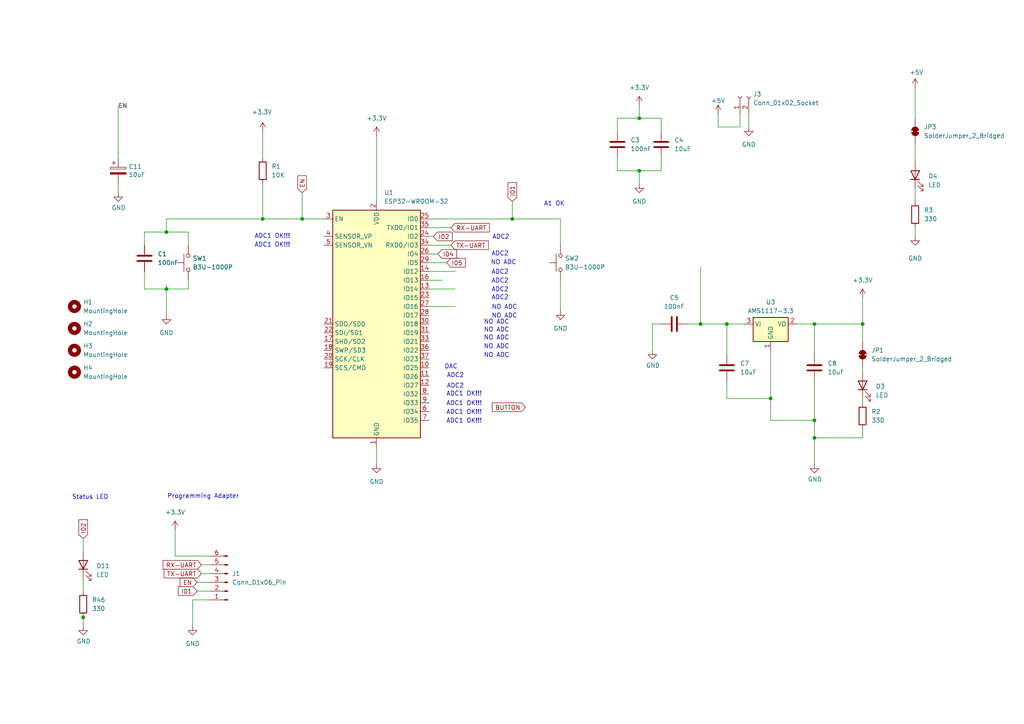
<source format=kicad_sch>
(kicad_sch (version 20250114) (generator "eeschema") (generator_version "9.0")
  (paper "A4")
  (lib_symbols
    (symbol "Connector:Conn_01x02_Socket" (pin_names (offset 1.016) (hide yes))
      (property "Reference" "J" (at 0 2.54 0))
      (property "Value" "Conn_01x02_Socket" (at 0 -5.08 0))
      (symbol "Conn_01x02_Socket_1_1"
        (polyline (pts (xy -1.27 0) (xy -0.508 0)) (stroke (width 0.1524)))
        (polyline (pts (xy -1.27 -2.54) (xy -0.508 -2.54)) (stroke (width 0.1524)))
        (arc (start 0 -0.508) (mid -0.5058 0) (end 0 0.508) (stroke (width 0.1524)))
        (arc (start 0 -3.048) (mid -0.5058 -2.54) (end 0 -2.032) (stroke (width 0.1524)))
        (pin passive line (at -5.08 0 0) (length 3.81) (name "Pin_1") (number "1"))
        (pin passive line (at -5.08 -2.54 0) (length 3.81) (name "Pin_2") (number "2"))
      )
    )
    (symbol "Connector:Conn_01x06_Pin" (pin_names (offset 1.016) (hide yes))
      (property "Reference" "J" (at 0 7.62 0))
      (property "Value" "Conn_01x06_Pin" (at 0 -10.16 0))
      (symbol "Conn_01x06_Pin_1_1"
        (rectangle (start 0.8636 5.207) (end 0 4.953) (stroke (width 0.1524)) (fill (type outline)))
        (rectangle (start 0.8636 2.667) (end 0 2.413) (stroke (width 0.1524)) (fill (type outline)))
        (rectangle (start 0.8636 0.127) (end 0 -0.127) (stroke (width 0.1524)) (fill (type outline)))
        (rectangle (start 0.8636 -2.413) (end 0 -2.667) (stroke (width 0.1524)) (fill (type outline)))
        (rectangle (start 0.8636 -4.953) (end 0 -5.207) (stroke (width 0.1524)) (fill (type outline)))
        (rectangle (start 0.8636 -7.493) (end 0 -7.747) (stroke (width 0.1524)) (fill (type outline)))
        (polyline (pts (xy 1.27 5.08) (xy 0.8636 5.08)) (stroke (width 0.1524)))
        (polyline (pts (xy 1.27 2.54) (xy 0.8636 2.54)) (stroke (width 0.1524)))
        (polyline (pts (xy 1.27 0) (xy 0.8636 0)) (stroke (width 0.1524)))
        (polyline (pts (xy 1.27 -2.54) (xy 0.8636 -2.54)) (stroke (width 0.1524)))
        (polyline (pts (xy 1.27 -5.08) (xy 0.8636 -5.08)) (stroke (width 0.1524)))
        (polyline (pts (xy 1.27 -7.62) (xy 0.8636 -7.62)) (stroke (width 0.1524)))
        (pin passive line (at 5.08 5.08 180) (length 3.81) (name "Pin_1") (number "1"))
        (pin passive line (at 5.08 2.54 180) (length 3.81) (name "Pin_2") (number "2"))
        (pin passive line (at 5.08 0 180) (length 3.81) (name "Pin_3") (number "3"))
        (pin passive line (at 5.08 -2.54 180) (length 3.81) (name "Pin_4") (number "4"))
        (pin passive line (at 5.08 -5.08 180) (length 3.81) (name "Pin_5") (number "5"))
        (pin passive line (at 5.08 -7.62 180) (length 3.81) (name "Pin_6") (number "6"))
      )
    )
    (symbol "Device:C" (pin_numbers (hide yes)) (pin_names (offset 0.254))
      (property "Reference" "C" (at 0.635 2.54 0))
      (property "Value" "C" (at 0.635 -2.54 0))
      (symbol "C_0_1"
        (polyline (pts (xy -2.032 0.762) (xy 2.032 0.762)) (stroke (width 0.508)))
        (polyline (pts (xy -2.032 -0.762) (xy 2.032 -0.762)) (stroke (width 0.508)))
      )
      (symbol "C_1_1"
        (pin passive line (at 0 3.81 270) (length 2.794) (name "~") (number "1"))
        (pin passive line (at 0 -3.81 90) (length 2.794) (name "~") (number "2"))
      )
    )
    (symbol "Device:CP" (pin_numbers (hide yes)) (pin_names (offset 0.254))
      (property "Reference" "C" (at 0.635 2.54 0))
      (property "Value" "Device_CP" (at 0.635 -2.54 0))
      (symbol "CP_0_1"
        (rectangle (start -2.286 0.508) (end 2.286 1.016))
        (polyline (pts (xy -1.778 2.286) (xy -0.762 2.286)))
        (polyline (pts (xy -1.27 2.794) (xy -1.27 1.778)))
        (rectangle (start 2.286 -0.508) (end -2.286 -1.016) (fill (type outline)))
      )
      (symbol "CP_1_1"
        (pin passive line (at 0 3.81 270) (length 2.794) (name "~") (number "1"))
        (pin passive line (at 0 -3.81 90) (length 2.794) (name "~") (number "2"))
      )
    )
    (symbol "Device:LED" (pin_numbers (hide yes)) (pin_names (offset 1.016) (hide yes))
      (property "Reference" "D" (at 0 2.54 0))
      (property "Value" "LED" (at 0 -2.54 0))
      (symbol "LED_0_1"
        (polyline (pts (xy -3.048 -0.762) (xy -4.572 -2.286) (xy -3.81 -2.286) (xy -4.572 -2.286) (xy -4.572 -1.524)))
        (polyline (pts (xy -1.778 -0.762) (xy -3.302 -2.286) (xy -2.54 -2.286) (xy -3.302 -2.286) (xy -3.302 -1.524)))
        (polyline (pts (xy -1.27 0) (xy 1.27 0)))
        (polyline (pts (xy -1.27 -1.27) (xy -1.27 1.27)) (stroke (width 0.254)))
        (polyline (pts (xy 1.27 -1.27) (xy 1.27 1.27) (xy -1.27 0) (xy 1.27 -1.27)) (stroke (width 0.254)))
      )
      (symbol "LED_1_1"
        (pin passive line (at -3.81 0 0) (length 2.54) (name "K") (number "1"))
        (pin passive line (at 3.81 0 180) (length 2.54) (name "A") (number "2"))
      )
    )
    (symbol "Device:R" (pin_numbers (hide yes)) (pin_names (offset 0))
      (property "Reference" "R" (at 2.032 0 90))
      (property "Value" "R" (at 0 0 90))
      (symbol "R_0_1"
        (rectangle (start -1.016 -2.54) (end 1.016 2.54) (stroke (width 0.254)))
      )
      (symbol "R_1_1"
        (pin passive line (at 0 3.81 270) (length 1.27) (name "~") (number "1"))
        (pin passive line (at 0 -3.81 90) (length 1.27) (name "~") (number "2"))
      )
    )
    (symbol "Jumper:SolderJumper_2_Bridged" (pin_numbers (hide yes)) (pin_names (offset 0) (hide yes)) (exclude_from_sim yes) (in_bom no)
      (property "Reference" "JP" (at 0 2.032 0))
      (property "Value" "SolderJumper_2_Bridged" (at 0 -2.54 0))
      (symbol "SolderJumper_2_Bridged_0_1"
        (rectangle (start -0.508 0.508) (end 0.508 -0.508) (fill (type outline)))
        (polyline (pts (xy -0.254 1.016) (xy -0.254 -1.016)))
        (arc (start -0.254 -1.016) (mid -1.2656 0) (end -0.254 1.016))
        (arc (start -0.254 -1.016) (mid -1.2656 0) (end -0.254 1.016) (fill (type outline)))
        (arc (start 0.254 1.016) (mid 1.2656 0) (end 0.254 -1.016))
        (arc (start 0.254 1.016) (mid 1.2656 0) (end 0.254 -1.016) (fill (type outline)))
        (polyline (pts (xy 0.254 1.016) (xy 0.254 -1.016)))
      )
      (symbol "SolderJumper_2_Bridged_1_1"
        (pin passive line (at -3.81 0 0) (length 2.54) (name "A") (number "1"))
        (pin passive line (at 3.81 0 180) (length 2.54) (name "B") (number "2"))
      )
    )
    (symbol "Mechanical:MountingHole" (pin_names (offset 1.016)) (in_bom no)
      (property "Reference" "H" (at 0 5.08 0))
      (property "Value" "MountingHole" (at 0 3.175 0))
      (symbol "MountingHole_0_1"
        (circle (center 0 0) (radius 1.27) (stroke (width 1.27)))
      )
    )
    (symbol "RF_Module:ESP32-WROOM-32"
      (property "Reference" "U" (at -12.7 34.29 0))
      (property "Value" "ESP32-WROOM-32" (at 1.27 34.29 0))
      (symbol "ESP32-WROOM-32_0_1"
        (rectangle (start -12.7 33.02) (end 12.7 -33.02) (stroke (width 0.254)) (fill (type background)))
      )
      (symbol "ESP32-WROOM-32_1_1"
        (pin input line (at -15.24 30.48 0) (length 2.54) (name "EN") (number "3"))
        (pin input line (at -15.24 25.4 0) (length 2.54) (name "SENSOR_VP") (number "4"))
        (pin input line (at -15.24 22.86 0) (length 2.54) (name "SENSOR_VN") (number "5"))
        (pin bidirectional line (at -15.24 0 0) (length 2.54) (name "SDO/SD0") (number "21"))
        (pin bidirectional line (at -15.24 -2.54 0) (length 2.54) (name "SDI/SD1") (number "22"))
        (pin bidirectional line (at -15.24 -5.08 0) (length 2.54) (name "SHD/SD2") (number "17"))
        (pin bidirectional line (at -15.24 -7.62 0) (length 2.54) (name "SWP/SD3") (number "18"))
        (pin bidirectional line (at -15.24 -10.16 0) (length 2.54) (name "SCK/CLK") (number "20"))
        (pin bidirectional line (at -15.24 -12.7 0) (length 2.54) (name "SCS/CMD") (number "19"))
        (pin no_connect line (at -12.7 -27.94 0) (length 2.54) (hide yes) (name "NC") (number "32"))
        (pin power_in line (at 0 35.56 270) (length 2.54) (name "VDD") (number "2"))
        (pin power_in line (at 0 -35.56 90) (length 2.54) (name "GND") (number "1"))
        (pin passive line (at 0 -35.56 90) (length 2.54) (hide yes) (name "GND") (number "15"))
        (pin passive line (at 0 -35.56 90) (length 2.54) (hide yes) (name "GND") (number "38"))
        (pin passive line (at 0 -35.56 90) (length 2.54) (hide yes) (name "GND") (number "39"))
        (pin bidirectional line (at 15.24 30.48 180) (length 2.54) (name "IO0") (number "25"))
        (pin bidirectional line (at 15.24 27.94 180) (length 2.54) (name "TXD0/IO1") (number "35"))
        (pin bidirectional line (at 15.24 25.4 180) (length 2.54) (name "IO2") (number "24"))
        (pin bidirectional line (at 15.24 22.86 180) (length 2.54) (name "RXD0/IO3") (number "34"))
        (pin bidirectional line (at 15.24 20.32 180) (length 2.54) (name "IO4") (number "26"))
        (pin bidirectional line (at 15.24 17.78 180) (length 2.54) (name "IO5") (number "29"))
        (pin bidirectional line (at 15.24 15.24 180) (length 2.54) (name "IO12") (number "14"))
        (pin bidirectional line (at 15.24 12.7 180) (length 2.54) (name "IO13") (number "16"))
        (pin bidirectional line (at 15.24 10.16 180) (length 2.54) (name "IO14") (number "13"))
        (pin bidirectional line (at 15.24 7.62 180) (length 2.54) (name "IO15") (number "23"))
        (pin bidirectional line (at 15.24 5.08 180) (length 2.54) (name "IO16") (number "27"))
        (pin bidirectional line (at 15.24 2.54 180) (length 2.54) (name "IO17") (number "28"))
        (pin bidirectional line (at 15.24 0 180) (length 2.54) (name "IO18") (number "30"))
        (pin bidirectional line (at 15.24 -2.54 180) (length 2.54) (name "IO19") (number "31"))
        (pin bidirectional line (at 15.24 -5.08 180) (length 2.54) (name "IO21") (number "33"))
        (pin bidirectional line (at 15.24 -7.62 180) (length 2.54) (name "IO22") (number "36"))
        (pin bidirectional line (at 15.24 -10.16 180) (length 2.54) (name "IO23") (number "37"))
        (pin bidirectional line (at 15.24 -12.7 180) (length 2.54) (name "IO25") (number "10"))
        (pin bidirectional line (at 15.24 -15.24 180) (length 2.54) (name "IO26") (number "11"))
        (pin bidirectional line (at 15.24 -17.78 180) (length 2.54) (name "IO27") (number "12"))
        (pin bidirectional line (at 15.24 -20.32 180) (length 2.54) (name "IO32") (number "8"))
        (pin bidirectional line (at 15.24 -22.86 180) (length 2.54) (name "IO33") (number "9"))
        (pin input line (at 15.24 -25.4 180) (length 2.54) (name "IO34") (number "6"))
        (pin input line (at 15.24 -27.94 180) (length 2.54) (name "IO35") (number "7"))
      )
    )
    (symbol "Regulator_Linear:AMS1117-3.3"
      (property "Reference" "U" (at -3.81 3.175 0))
      (property "Value" "AMS1117-3.3" (at 0 3.175 0))
      (symbol "AMS1117-3.3_0_1"
        (rectangle (start -5.08 -5.08) (end 5.08 1.905) (stroke (width 0.254)) (fill (type background)))
      )
      (symbol "AMS1117-3.3_1_1"
        (pin power_in line (at -7.62 0 0) (length 2.54) (name "VI") (number "3"))
        (pin power_in line (at 0 -7.62 90) (length 2.54) (name "GND") (number "1"))
        (pin power_out line (at 7.62 0 180) (length 2.54) (name "VO") (number "2"))
      )
    )
    (symbol "Switch:SW_Push" (pin_numbers (hide yes)) (pin_names (offset 1.016) (hide yes))
      (property "Reference" "SW" (at 1.27 2.54 0))
      (property "Value" "SW_Push" (at 0 -1.524 0))
      (symbol "SW_Push_0_1"
        (circle (center -2.032 0) (radius 0.508))
        (polyline (pts (xy 0 1.27) (xy 0 3.048)))
        (circle (center 2.032 0) (radius 0.508))
        (polyline (pts (xy 2.54 1.27) (xy -2.54 1.27)))
        (pin passive line (at -5.08 0 0) (length 2.54) (name "1") (number "1"))
        (pin passive line (at 5.08 0 180) (length 2.54) (name "2") (number "2"))
      )
    )
    (symbol "power:+3.3V" (power) (pin_numbers (hide yes)) (pin_names (offset 0) (hide yes))
      (property "Value" "+3.3V" (at 0 3.556 0))
      (symbol "+3.3V_0_1"
        (polyline (pts (xy -0.762 1.27) (xy 0 2.54)))
        (polyline (pts (xy 0 2.54) (xy 0.762 1.27)))
        (polyline (pts (xy 0 0) (xy 0 2.54)))
      )
      (symbol "+3.3V_1_1"
        (pin power_in line (at 0 0 90) (length 0) (name "~") (number "1"))
      )
    )
    (symbol "power:+5V" (power) (pin_numbers (hide yes)) (pin_names (offset 0) (hide yes))
      (property "Value" "+5V" (at 0 3.556 0))
      (symbol "+5V_0_1"
        (polyline (pts (xy -0.762 1.27) (xy 0 2.54)))
        (polyline (pts (xy 0 2.54) (xy 0.762 1.27)))
        (polyline (pts (xy 0 0) (xy 0 2.54)))
      )
      (symbol "+5V_1_1"
        (pin power_in line (at 0 0 90) (length 0) (name "~") (number "1"))
      )
    )
    (symbol "power:GND" (power) (pin_numbers (hide yes)) (pin_names (offset 0) (hide yes))
      (property "Value" "GND" (at 0 -3.81 0))
      (symbol "GND_0_1"
        (polyline (pts (xy 0 0) (xy 0 -1.27) (xy 1.27 -1.27) (xy 0 -2.54) (xy -1.27 -1.27) (xy 0 -1.27)))
      )
      (symbol "GND_1_1"
        (pin power_in line (at 0 0 270) (length 0) (name "~") (number "1"))
      )
    )
  )
  (text "NO ADC" (at 146.05 76.2 0) (effects (font (size 1.27 1.27))))
  (text "DAC" (at 130.81 106.426 0) (effects (font (size 1.27 1.27))))
  (text "Status LED" (at 26.162 144.272 0) (effects (font (size 1.27 1.27))))
  (text "ADC2" (at 132.08 108.966 0) (effects (font (size 1.27 1.27))))
  (text "ADC2" (at 132.08 112.014 0) (effects (font (size 1.27 1.27))))
  (text "NO ADC" (at 144.018 93.472 0) (effects (font (size 1.27 1.27))))
  (text "ADC1 OK!!!" (at 78.994 68.58 0) (effects (font (size 1.27 1.27))))
  (text "NO ADC" (at 144.018 98.044 0) (effects (font (size 1.27 1.27))))
  (text "NO ADC" (at 144.018 103.124 0) (effects (font (size 1.27 1.27))))
  (text "NO ADC" (at 144.018 95.758 0) (effects (font (size 1.27 1.27))))
  (text "NO ADC" (at 146.304 89.154 0) (effects (font (size 1.27 1.27))))
  (text "Programming Adapter" (at 58.928 144.018 0) (effects (font (size 1.27 1.27))))
  (text "ADC1 OK!!!" (at 78.994 71.12 0) (effects (font (size 1.27 1.27))))
  (text "ADC2" (at 145.288 68.834 0) (effects (font (size 1.27 1.27))))
  (text "ADC1 OK!!!" (at 134.62 119.634 0) (effects (font (size 1.27 1.27))))
  (text "A1 OK" (at 160.782 59.182 0) (effects (font (size 1.27 1.27))))
  (text "ADC2" (at 145.034 78.994 0) (effects (font (size 1.27 1.27))))
  (text "ADC1 OK!!!" (at 134.62 114.3 0) (effects (font (size 1.27 1.27))))
  (text "ADC1 OK!!!" (at 134.62 117.094 0) (effects (font (size 1.27 1.27))))
  (text "ADC2" (at 145.034 86.36 0) (effects (font (size 1.27 1.27))))
  (text "ADC2" (at 145.034 84.074 0) (effects (font (size 1.27 1.27))))
  (text "NO ADC" (at 144.018 100.584 0) (effects (font (size 1.27 1.27))))
  (text "ADC2" (at 145.034 81.534 0) (effects (font (size 1.27 1.27))))
  (text "ADC2" (at 145.034 73.66 0) (effects (font (size 1.27 1.27))))
  (text "ADC1 OK!!!" (at 134.62 122.174 0) (effects (font (size 1.27 1.27))))
  (text "NO ADC" (at 146.304 91.694 0) (effects (font (size 1.27 1.27))))
  (junction (at 24.13 179.07))
  (junction (at 48.26 67.31))
  (junction (at 250.19 93.98))
  (junction (at 203.2 93.98))
  (junction (at 236.22 127))
  (junction (at 223.52 115.57))
  (junction (at 185.42 49.53))
  (junction (at 185.42 34.29))
  (junction (at 48.26 83.82))
  (junction (at 236.22 121.92))
  (junction (at 148.59 63.5))
  (junction (at 236.22 93.98))
  (junction (at 210.82 93.98))
  (junction (at 76.2 63.5))
  (junction (at 87.63 63.5))
  (wire (pts (xy 124.46 71.12) (xy 130.81 71.12)))
  (wire (pts (xy 54.61 67.31) (xy 54.61 71.12)))
  (wire (pts (xy 236.22 121.92) (xy 236.22 127)))
  (wire (pts (xy 87.63 55.88) (xy 87.63 63.5)))
  (wire (pts (xy 265.43 54.61) (xy 265.43 58.42)))
  (wire (pts (xy 189.23 93.98) (xy 189.23 101.6)))
  (wire (pts (xy 189.23 93.98) (xy 191.77 93.98)))
  (wire (pts (xy 127 73.66) (xy 124.46 73.66)))
  (wire (pts (xy 217.17 33.02) (xy 217.17 36.83)))
  (wire (pts (xy 185.42 34.29) (xy 191.77 34.29)))
  (wire (pts (xy 57.15 168.91) (xy 60.96 168.91)))
  (wire (pts (xy 265.43 66.04) (xy 265.43 68.58)))
  (wire (pts (xy 48.26 83.82) (xy 54.61 83.82)))
  (wire (pts (xy 124.46 66.04) (xy 130.81 66.04)))
  (wire (pts (xy 203.2 93.98) (xy 210.82 93.98)))
  (wire (pts (xy 41.91 83.82) (xy 48.26 83.82)))
  (wire (pts (xy 185.42 30.48) (xy 185.42 34.29)))
  (wire (pts (xy 55.88 173.99) (xy 55.88 181.61)))
  (wire (pts (xy 58.42 163.83) (xy 60.96 163.83)))
  (wire (pts (xy 203.2 77.47) (xy 203.2 93.98)))
  (wire (pts (xy 210.82 93.98) (xy 215.9 93.98)))
  (wire (pts (xy 179.07 49.53) (xy 185.42 49.53)))
  (wire (pts (xy 236.22 127) (xy 250.19 127)))
  (wire (pts (xy 24.13 177.8) (xy 24.13 179.07)))
  (wire (pts (xy 60.96 161.29) (xy 50.8 161.29)))
  (wire (pts (xy 93.98 63.5) (xy 87.63 63.5)))
  (wire (pts (xy 50.8 153.67) (xy 50.8 161.29)))
  (wire (pts (xy 250.19 127) (xy 250.19 124.46)))
  (wire (pts (xy 24.13 179.07) (xy 24.13 181.61)))
  (wire (pts (xy 24.13 167.64) (xy 24.13 171.45)))
  (wire (pts (xy 210.82 115.57) (xy 210.82 110.49)))
  (wire (pts (xy 109.22 129.54) (xy 109.22 134.62)))
  (wire (pts (xy 223.52 101.6) (xy 223.52 115.57)))
  (wire (pts (xy 179.07 34.29) (xy 185.42 34.29)))
  (wire (pts (xy 148.59 58.42) (xy 148.59 63.5)))
  (wire (pts (xy 265.43 41.91) (xy 265.43 46.99)))
  (wire (pts (xy 191.77 49.53) (xy 191.77 45.72)))
  (wire (pts (xy 208.28 33.02) (xy 208.28 36.83)))
  (wire (pts (xy 48.26 63.5) (xy 48.26 67.31)))
  (wire (pts (xy 185.42 49.53) (xy 191.77 49.53)))
  (wire (pts (xy 179.07 45.72) (xy 179.07 49.53)))
  (wire (pts (xy 191.77 34.29) (xy 191.77 38.1)))
  (wire (pts (xy 57.15 171.45) (xy 60.96 171.45)))
  (wire (pts (xy 125.73 68.58) (xy 124.46 68.58)))
  (wire (pts (xy 58.42 166.37) (xy 60.96 166.37)))
  (wire (pts (xy 60.96 173.99) (xy 55.88 173.99)))
  (wire (pts (xy 250.19 86.36) (xy 250.19 93.98)))
  (wire (pts (xy 41.91 78.74) (xy 41.91 83.82)))
  (wire (pts (xy 210.82 93.98) (xy 210.82 102.87)))
  (wire (pts (xy 236.22 121.92) (xy 223.52 121.92)))
  (wire (pts (xy 214.63 36.83) (xy 208.28 36.83)))
  (wire (pts (xy 203.2 93.98) (xy 199.39 93.98)))
  (wire (pts (xy 124.46 81.28) (xy 128.27 81.28)))
  (wire (pts (xy 210.82 115.57) (xy 223.52 115.57)))
  (wire (pts (xy 34.29 30.48) (xy 34.29 45.72)))
  (wire (pts (xy 124.46 63.5) (xy 148.59 63.5)))
  (wire (pts (xy 179.07 38.1) (xy 179.07 34.29)))
  (wire (pts (xy 148.59 63.5) (xy 162.56 63.5)))
  (wire (pts (xy 124.46 83.82) (xy 132.08 83.82)))
  (wire (pts (xy 76.2 63.5) (xy 48.26 63.5)))
  (wire (pts (xy 223.52 115.57) (xy 223.52 121.92)))
  (wire (pts (xy 236.22 93.98) (xy 250.19 93.98)))
  (wire (pts (xy 265.43 25.4) (xy 265.43 34.29)))
  (wire (pts (xy 162.56 81.28) (xy 162.56 90.17)))
  (wire (pts (xy 87.63 63.5) (xy 76.2 63.5)))
  (wire (pts (xy 124.46 88.9) (xy 132.08 88.9)))
  (wire (pts (xy 129.54 76.2) (xy 124.46 76.2)))
  (wire (pts (xy 214.63 33.02) (xy 214.63 36.83)))
  (wire (pts (xy 48.26 82.55) (xy 48.26 83.82)))
  (wire (pts (xy 162.56 63.5) (xy 162.56 71.12)))
  (wire (pts (xy 41.91 67.31) (xy 41.91 71.12)))
  (wire (pts (xy 34.29 55.88) (xy 34.29 53.34)))
  (wire (pts (xy 236.22 93.98) (xy 236.22 102.87)))
  (wire (pts (xy 185.42 49.53) (xy 185.42 53.34)))
  (wire (pts (xy 250.19 115.57) (xy 250.19 116.84)))
  (wire (pts (xy 231.14 93.98) (xy 236.22 93.98)))
  (wire (pts (xy 124.46 78.74) (xy 132.08 78.74)))
  (wire (pts (xy 109.22 39.37) (xy 109.22 58.42)))
  (wire (pts (xy 41.91 67.31) (xy 48.26 67.31)))
  (wire (pts (xy 236.22 127) (xy 236.22 134.62)))
  (wire (pts (xy 236.22 110.49) (xy 236.22 121.92)))
  (wire (pts (xy 76.2 38.1) (xy 76.2 45.72)))
  (wire (pts (xy 54.61 83.82) (xy 54.61 81.28)))
  (wire (pts (xy 48.26 83.82) (xy 48.26 91.44)))
  (wire (pts (xy 24.13 156.21) (xy 24.13 160.02)))
  (wire (pts (xy 76.2 53.34) (xy 76.2 63.5)))
  (wire (pts (xy 48.26 67.31) (xy 54.61 67.31)))
  (wire (pts (xy 250.19 93.98) (xy 250.19 99.06)))
  (wire (pts (xy 250.19 106.68) (xy 250.19 107.95)))
  (label "EN" (at 34.29 31.75 0))
  (global_label "I01" (shape input) (at 57.15 171.45 180) (property "Intersheetrefs" "${INTERSHEET_REFS}" (effects (hide yes))))
  (global_label "RX-UART" (shape input) (at 130.81 66.04 0) (property "Intersheetrefs" "${INTERSHEET_REFS}" (effects (hide yes))))
  (global_label "I02" (shape input) (at 24.13 156.21 90) (property "Intersheetrefs" "${INTERSHEET_REFS}" (effects (hide yes))))
  (global_label "RX-UART" (shape input) (at 58.42 163.83 180) (property "Intersheetrefs" "${INTERSHEET_REFS}" (effects (hide yes))))
  (global_label "I01" (shape input) (at 148.59 58.42 90) (property "Intersheetrefs" "${INTERSHEET_REFS}" (effects (hide yes))))
  (global_label "TX-UART" (shape input) (at 58.42 166.37 180) (property "Intersheetrefs" "${INTERSHEET_REFS}" (effects (hide yes))))
  (global_label "I04" (shape input) (at 127 73.66 0) (property "Intersheetrefs" "${INTERSHEET_REFS}" (effects (hide yes))))
  (global_label "TX-UART" (shape input) (at 130.81 71.12 0) (property "Intersheetrefs" "${INTERSHEET_REFS}" (effects (hide yes))))
  (global_label "EN" (shape input) (at 87.63 55.88 90) (property "Intersheetrefs" "${INTERSHEET_REFS}" (effects (hide yes))))
  (global_label "BUTTON" (shape input) (at 152.4 118.11 180) (property "Intersheetrefs" "${INTERSHEET_REFS}" (effects (hide yes))))
  (global_label "I05" (shape input) (at 129.54 76.2 0) (property "Intersheetrefs" "${INTERSHEET_REFS}" (effects (hide yes))))
  (global_label "I02" (shape input) (at 125.73 68.58 0) (property "Intersheetrefs" "${INTERSHEET_REFS}" (effects (hide yes))))
  (global_label "EN" (shape input) (at 57.15 168.91 180) (property "Intersheetrefs" "${INTERSHEET_REFS}" (effects (hide yes))))
  (symbol (lib_id "Device:C") (at 236.22 106.68 180) (unit 1)
    (property "Reference" "C8" (at 240.03 105.4099 0) (effects (justify right)))
    (property "Value" "10uF" (at 240.03 107.9499 0) (effects (justify right)))
    (property "Footprint" "Capacitor_SMD:C_0603_1608Metric" (effects (hide yes)))
    (property "Description" "Unpolarized capacitor" (effects (hide yes)))
  )
  (symbol (lib_id "Regulator_Linear:AMS1117-3.3") (at 223.52 93.98 0) (unit 1)
    (property "Reference" "U3" (at 223.52 87.63 0))
    (property "Value" "AMS1117-3.3" (at 223.52 90.17 0))
    (property "Footprint" "Package_TO_SOT_SMD:SOT-223-3_TabPin2" (effects (hide yes)))
    (property "Datasheet" "http://www.advanced-monolithic.com/pdf/ds1117.pdf" (effects (hide yes)))
    (property "Description" "1A Low Dropout regulator, positive, 3.3V fixed output, SOT-223" (effects (hide yes)))
  )
  (symbol (lib_id "Mechanical:MountingHole") (at 21.59 101.6 0) (unit 1) (in_bom no)
    (property "Reference" "H3" (at 24.13 100.3299 0) (effects (justify left)))
    (property "Value" "MountingHole" (at 24.13 102.8699 0) (effects (justify left)))
    (property "Footprint" "MountingHole:MountingHole_3.2mm_M3" (effects (hide yes)))
    (property "Description" "Mounting Hole without connection" (effects (hide yes)))
  )
  (symbol (lib_id "power:GND") (at 217.17 36.83 0) (unit 1)
    (property "Reference" "#PWR035" (effects (hide yes)))
    (property "Value" "GND" (at 217.17 41.91 0))
  )
  (symbol (lib_id "power:GND") (at 34.29 55.88 0) (unit 1)
    (property "Reference" "#PWR087" (effects (hide yes)))
    (property "Value" "GND" (at 34.417 60.2742 0))
  )
  (symbol (lib_id "power:GND") (at 109.22 134.62 0) (unit 1)
    (property "Reference" "#PWR01" (effects (hide yes)))
    (property "Value" "GND" (at 109.22 139.7 0))
    (property "Description" "Power symbol creates a global label with name \"GND\" , ground" (effects (hide yes)))
  )
  (symbol (lib_id "Device:C") (at 41.91 74.93 0) (unit 1)
    (property "Reference" "C1" (at 45.72 73.6599 0) (effects (justify left)))
    (property "Value" "100nF" (at 45.72 76.1999 0) (effects (justify left)))
    (property "Footprint" "Capacitor_SMD:C_0603_1608Metric" (effects (hide yes)))
    (property "Description" "Unpolarized capacitor" (effects (hide yes)))
  )
  (symbol (lib_id "power:+3.3V") (at 50.8 153.67 0) (unit 1)
    (property "Reference" "#PWR09" (effects (hide yes)))
    (property "Value" "+3.3V" (at 50.8 148.59 0))
    (property "Description" "Power symbol creates a global label with name \"+3.3V\"" (effects (hide yes)))
  )
  (symbol (lib_id "Device:CP") (at 34.29 49.53 0) (unit 1)
    (property "Reference" "C11" (at 37.2872 48.3616 0) (effects (justify left)))
    (property "Value" "10uF" (at 37.2872 50.673 0) (effects (justify left)))
    (property "Footprint" "Capacitor_Tantalum_SMD:CP_EIA-3216-18_Kemet-A" (effects (hide yes)))
    (property "Description" "C7171" (effects (hide yes)))
    (property "MPN" "C7171" (effects (hide yes)))
  )
  (symbol (lib_id "RF_Module:ESP32-WROOM-32") (at 109.22 93.98 0) (unit 1)
    (property "Reference" "U1" (at 111.4141 55.88 0) (effects (justify left)))
    (property "Value" "ESP32-WROOM-32" (at 111.4141 58.42 0) (effects (justify left)))
    (property "Footprint" "RF_Module:ESP32-WROOM-32" (effects (hide yes)))
    (property "Datasheet" "https://www.espressif.com/sites/default/files/documentation/esp32-wroom-32_datasheet_en.pdf" (effects (hide yes)))
    (property "Description" "RF Module, ESP32-D0WDQ6 SoC, Wi-Fi 802.11b/g/n, Bluetooth, BLE, 32-bit, 2.7-3.6V, onboard antenna, SMD" (effects (hide yes)))
  )
  (symbol (lib_id "power:+3.3V") (at 109.22 39.37 0) (unit 1)
    (property "Reference" "#PWR04" (effects (hide yes)))
    (property "Value" "+3.3V" (at 109.22 34.29 0))
    (property "Description" "Power symbol creates a global label with name \"+3.3V\"" (effects (hide yes)))
  )
  (symbol (lib_id "power:+5V") (at 208.28 33.02 0) (unit 1)
    (property "Reference" "#PWR034" (effects (hide yes)))
    (property "Value" "+5V" (at 208.28 29.21 0))
  )
  (symbol (lib_id "Device:R") (at 265.43 62.23 0) (unit 1)
    (property "Reference" "R3" (at 267.97 60.9599 0) (effects (justify left)))
    (property "Value" "330" (at 267.97 63.4999 0) (effects (justify left)))
    (property "Footprint" "Resistor_SMD:R_0603_1608Metric" (effects (hide yes)))
    (property "Description" "Resistor" (effects (hide yes)))
  )
  (symbol (lib_id "power:GND") (at 185.42 53.34 0) (unit 1)
    (property "Reference" "#PWR07" (effects (hide yes)))
    (property "Value" "GND" (at 185.42 58.42 0))
    (property "Description" "Power symbol creates a global label with name \"GND\" , ground" (effects (hide yes)))
  )
  (symbol (lib_id "power:GND") (at 236.22 134.62 0) (unit 1)
    (property "Reference" "#PWR013" (effects (hide yes)))
    (property "Value" "GND" (at 236.347 139.0142 0))
  )
  (symbol (lib_id "Jumper:SolderJumper_2_Bridged") (at 265.43 38.1 90) (unit 1) (exclude_from_sim yes) (in_bom no)
    (property "Reference" "JP3" (at 267.97 36.8299 90) (effects (justify right)))
    (property "Value" "SolderJumper_2_Bridged" (at 267.97 39.3699 90) (effects (justify right)))
    (property "Footprint" "Jumper:SolderJumper-2_P1.3mm_Open_RoundedPad1.0x1.5mm" (effects (hide yes)))
    (property "Description" "Solder Jumper, 2-pole, closed/bridged" (effects (hide yes)))
  )
  (symbol (lib_id "Connector:Conn_01x02_Socket") (at 214.63 27.94 90) (unit 1)
    (property "Reference" "J3" (at 218.44 27.3049 90) (effects (justify right)))
    (property "Value" "Conn_01x02_Socket" (at 218.44 29.8449 90) (effects (justify right)))
    (property "Footprint" "Connector_JST:JST_NV_B02P-NV_1x02_P5.00mm_Vertical" (effects (hide yes)))
    (property "Description" "Generic connector, single row, 01x02, script generated" (effects (hide yes)))
  )
  (symbol (lib_id "power:+5V") (at 265.43 25.4 0) (unit 1)
    (property "Reference" "#PWR012" (effects (hide yes)))
    (property "Value" "+5V" (at 265.811 21.0058 0))
  )
  (symbol (lib_id "Device:LED") (at 24.13 163.83 90) (unit 1)
    (property "Reference" "D11" (at 27.94 164.1474 90) (effects (justify right)))
    (property "Value" "LED" (at 27.94 166.6874 90) (effects (justify right)))
    (property "Footprint" "LED_SMD:LED_0805_2012Metric" (effects (hide yes)))
    (property "Description" " LED White" (effects (hide yes)))
    (property "MPN" "C34499" (effects (hide yes)))
  )
  (symbol (lib_id "Mechanical:MountingHole") (at 21.59 88.9 0) (unit 1) (in_bom no)
    (property "Reference" "H1" (at 24.13 87.6299 0) (effects (justify left)))
    (property "Value" "MountingHole" (at 24.13 90.1699 0) (effects (justify left)))
    (property "Footprint" "MountingHole:MountingHole_3.2mm_M3" (effects (hide yes)))
    (property "Description" "Mounting Hole without connection" (effects (hide yes)))
  )
  (symbol (lib_id "Device:R") (at 24.13 175.26 0) (unit 1)
    (property "Reference" "R46" (at 26.67 173.9899 0) (effects (justify left)))
    (property "Value" "330" (at 26.67 176.5299 0) (effects (justify left)))
    (property "Footprint" "Resistor_SMD:R_0603_1608Metric" (effects (hide yes)))
    (property "Description" "Resistor" (effects (hide yes)))
  )
  (symbol (lib_id "Device:R") (at 76.2 49.53 0) (unit 1)
    (property "Reference" "R1" (at 78.74 48.2599 0) (effects (justify left)))
    (property "Value" "10K" (at 78.74 50.7999 0) (effects (justify left)))
    (property "Footprint" "Resistor_SMD:R_0603_1608Metric" (effects (hide yes)))
    (property "Description" "Resistor" (effects (hide yes)))
  )
  (symbol (lib_id "power:+3.3V") (at 76.2 38.1 0) (unit 1)
    (property "Reference" "#PWR05" (effects (hide yes)))
    (property "Value" "+3.3V" (at 75.946 32.512 0))
    (property "Description" "Power symbol creates a global label with name \"+3.3V\"" (effects (hide yes)))
  )
  (symbol (lib_id "Device:LED") (at 265.43 50.8 90) (unit 1)
    (property "Reference" "D4" (at 269.24 51.1174 90) (effects (justify right)))
    (property "Value" "LED" (at 269.24 53.6574 90) (effects (justify right)))
    (property "Footprint" "LED_SMD:LED_0805_2012Metric" (effects (hide yes)))
    (property "Description" "Light emitting diode" (effects (hide yes)))
  )
  (symbol (lib_id "power:+3.3V") (at 185.42 30.48 0) (unit 1)
    (property "Reference" "#PWR06" (effects (hide yes)))
    (property "Value" "+3.3V" (at 185.42 25.4 0))
    (property "Description" "Power symbol creates a global label with name \"+3.3V\"" (effects (hide yes)))
  )
  (symbol (lib_id "power:GND") (at 24.13 181.61 0) (unit 1)
    (property "Reference" "#PWR094" (effects (hide yes)))
    (property "Value" "GND" (at 24.257 186.0042 0))
  )
  (symbol (lib_id "Device:R") (at 250.19 120.65 0) (unit 1)
    (property "Reference" "R2" (at 252.73 119.3799 0) (effects (justify left)))
    (property "Value" "330" (at 252.73 121.9199 0) (effects (justify left)))
    (property "Footprint" "Resistor_SMD:R_0603_1608Metric" (effects (hide yes)))
    (property "Description" "Resistor" (effects (hide yes)))
  )
  (symbol (lib_id "Switch:SW_Push") (at 162.56 76.2 90) (unit 1)
    (property "Reference" "SW2" (at 163.83 74.9299 90) (effects (justify right)))
    (property "Value" "B3U-1000P" (at 163.83 77.4699 90) (effects (justify right)))
    (property "Footprint" "Button_Switch_SMD:SW_SPST_B3U-1000P" (effects (hide yes)))
    (property "Description" "Push button switch, generic, two pins" (effects (hide yes)))
  )
  (symbol (lib_id "power:GND") (at 55.88 181.61 0) (unit 1)
    (property "Reference" "#PWR010" (effects (hide yes)))
    (property "Value" "GND" (at 55.88 186.69 0))
    (property "Description" "Power symbol creates a global label with name \"GND\" , ground" (effects (hide yes)))
  )
  (symbol (lib_id "power:GND") (at 48.26 91.44 0) (unit 1)
    (property "Reference" "#PWR03" (effects (hide yes)))
    (property "Value" "GND" (at 48.26 96.52 0))
    (property "Description" "Power symbol creates a global label with name \"GND\" , ground" (effects (hide yes)))
  )
  (symbol (lib_id "Mechanical:MountingHole") (at 21.59 107.95 0) (unit 1) (in_bom no)
    (property "Reference" "H4" (at 24.13 106.6799 0) (effects (justify left)))
    (property "Value" "MountingHole" (at 24.13 109.2199 0) (effects (justify left)))
    (property "Footprint" "MountingHole:MountingHole_3.2mm_M3" (effects (hide yes)))
    (property "Description" "Mounting Hole without connection" (effects (hide yes)))
  )
  (symbol (lib_id "power:GND") (at 189.23 101.6 0) (unit 1)
    (property "Reference" "#PWR08" (effects (hide yes)))
    (property "Value" "GND" (at 189.357 105.9942 0))
  )
  (symbol (lib_id "Device:C") (at 179.07 41.91 0) (unit 1)
    (property "Reference" "C3" (at 182.88 40.6399 0) (effects (justify left)))
    (property "Value" "100nF" (at 182.88 43.1799 0) (effects (justify left)))
    (property "Footprint" "Capacitor_SMD:C_0603_1608Metric" (effects (hide yes)))
    (property "Description" "Unpolarized capacitor" (effects (hide yes)))
  )
  (symbol (lib_id "Jumper:SolderJumper_2_Bridged") (at 250.19 102.87 90) (unit 1) (exclude_from_sim yes) (in_bom no)
    (property "Reference" "JP1" (at 252.73 101.5999 90) (effects (justify right)))
    (property "Value" "SolderJumper_2_Bridged" (at 252.73 104.1399 90) (effects (justify right)))
    (property "Footprint" "Jumper:SolderJumper-2_P1.3mm_Open_RoundedPad1.0x1.5mm" (effects (hide yes)))
    (property "Description" "Solder Jumper, 2-pole, closed/bridged" (effects (hide yes)))
  )
  (symbol (lib_id "Device:C") (at 195.58 93.98 90) (unit 1)
    (property "Reference" "C5" (at 195.58 86.36 90))
    (property "Value" "100nF" (at 195.58 88.9 90))
    (property "Footprint" "Capacitor_SMD:C_0603_1608Metric" (effects (hide yes)))
    (property "Description" "Unpolarized capacitor" (effects (hide yes)))
  )
  (symbol (lib_id "Device:LED") (at 250.19 111.76 90) (unit 1)
    (property "Reference" "D3" (at 254 112.0774 90) (effects (justify right)))
    (property "Value" "LED" (at 254 114.6174 90) (effects (justify right)))
    (property "Footprint" "LED_SMD:LED_0805_2012Metric" (effects (hide yes)))
    (property "Description" "Light emitting diode Green" (effects (hide yes)))
    (property "MPN" "C2297" (effects (hide yes)))
  )
  (symbol (lib_id "Device:C") (at 210.82 106.68 0) (unit 1)
    (property "Reference" "C7" (at 214.63 105.4099 0) (effects (justify left)))
    (property "Value" "10uF" (at 214.63 107.9499 0) (effects (justify left)))
    (property "Footprint" "Capacitor_SMD:C_0603_1608Metric" (effects (hide yes)))
    (property "Description" "Unpolarized capacitor" (effects (hide yes)))
  )
  (symbol (lib_id "Mechanical:MountingHole") (at 21.59 95.25 0) (unit 1) (in_bom no)
    (property "Reference" "H2" (at 24.13 93.9799 0) (effects (justify left)))
    (property "Value" "MountingHole" (at 24.13 96.5199 0) (effects (justify left)))
    (property "Footprint" "MountingHole:MountingHole_3.2mm_M3" (effects (hide yes)))
    (property "Description" "Mounting Hole without connection" (effects (hide yes)))
  )
  (symbol (lib_id "Switch:SW_Push") (at 54.61 76.2 90) (unit 1)
    (property "Reference" "SW1" (at 55.88 74.9299 90) (effects (justify right)))
    (property "Value" "B3U-1000P" (at 55.88 77.4699 90) (effects (justify right)))
    (property "Footprint" "Button_Switch_SMD:SW_SPST_B3U-1000P" (effects (hide yes)))
    (property "Description" "Push button switch, generic, two pins" (effects (hide yes)))
  )
  (symbol (lib_id "Device:C") (at 191.77 41.91 0) (unit 1)
    (property "Reference" "C4" (at 195.58 40.6399 0) (effects (justify left)))
    (property "Value" "10uF" (at 195.58 43.1799 0) (effects (justify left)))
    (property "Footprint" "Capacitor_SMD:C_0603_1608Metric" (effects (hide yes)))
    (property "Description" "Unpolarized capacitor" (effects (hide yes)))
  )
  (symbol (lib_id "Connector:Conn_01x06_Pin") (at 66.04 168.91 180) (unit 1) (in_bom no)
    (property "Reference" "J1" (at 67.31 166.3699 0) (effects (justify right)))
    (property "Value" "Conn_01x06_Pin" (at 67.31 168.9099 0) (effects (justify right)))
    (property "Footprint" "Connector_PinHeader_2.54mm:PinHeader_1x06_P2.54mm_Vertical" (effects (hide yes)))
    (property "Description" "Generic connector, single row, 01x06, script generated" (effects (hide yes)))
    (property "JLCPCB Rotation Offset" "-90" (effects (hide yes)))
  )
  (symbol (lib_id "power:GND") (at 162.56 90.17 0) (unit 1)
    (property "Reference" "#PWR02" (effects (hide yes)))
    (property "Value" "GND" (at 162.56 95.25 0))
    (property "Description" "Power symbol creates a global label with name \"GND\" , ground" (effects (hide yes)))
  )
  (symbol (lib_id "power:+3.3V") (at 250.19 86.36 0) (unit 1)
    (property "Reference" "#PWR015" (effects (hide yes)))
    (property "Value" "+3.3V" (at 250.19 81.28 0))
    (property "Description" "Power symbol creates a global label with name \"+3.3V\"" (effects (hide yes)))
  )
  (symbol (lib_id "power:GND") (at 265.43 68.58 0) (unit 1)
    (property "Reference" "#PWR017" (effects (hide yes)))
    (property "Value" "GND" (at 265.43 74.93 0))
  )
)
</source>
